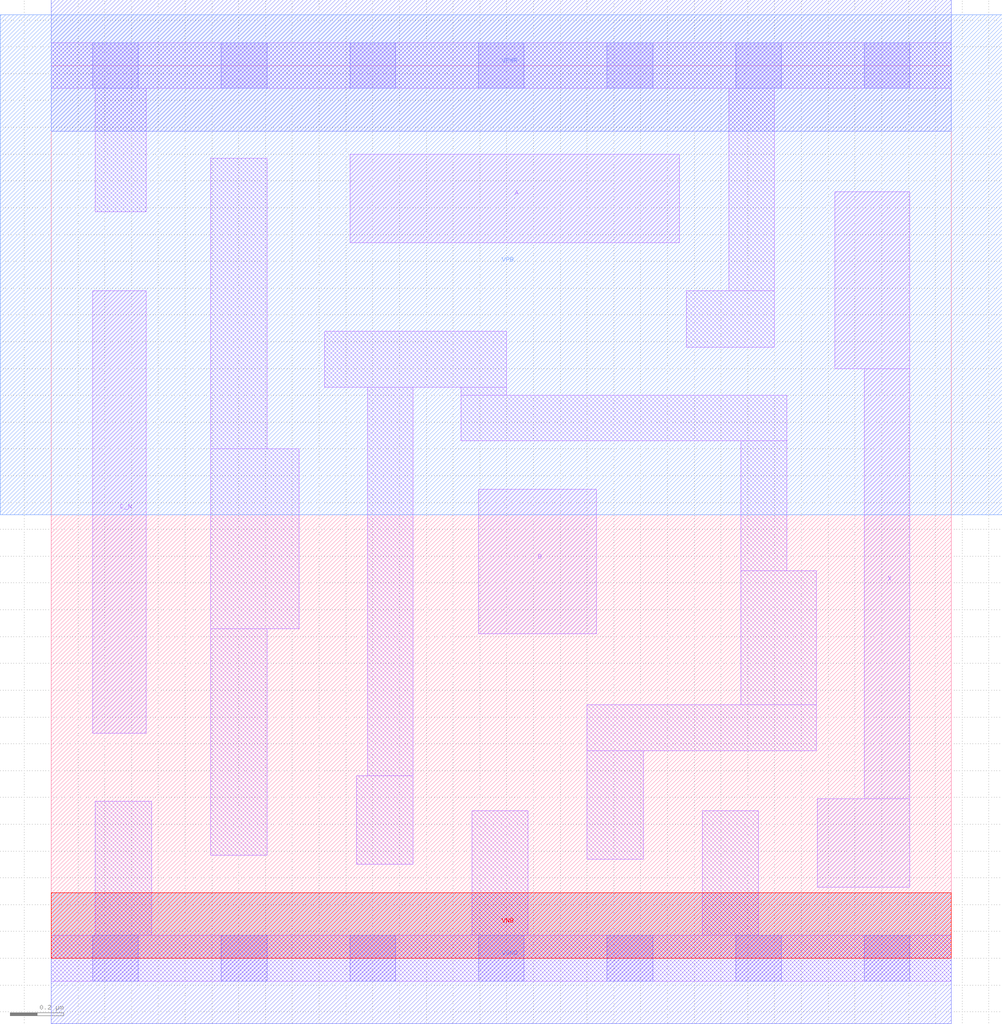
<source format=lef>
# Copyright 2020 The SkyWater PDK Authors
#
# Licensed under the Apache License, Version 2.0 (the "License");
# you may not use this file except in compliance with the License.
# You may obtain a copy of the License at
#
#     https://www.apache.org/licenses/LICENSE-2.0
#
# Unless required by applicable law or agreed to in writing, software
# distributed under the License is distributed on an "AS IS" BASIS,
# WITHOUT WARRANTIES OR CONDITIONS OF ANY KIND, either express or implied.
# See the License for the specific language governing permissions and
# limitations under the License.
#
# SPDX-License-Identifier: Apache-2.0

VERSION 5.7 ;
  NOWIREEXTENSIONATPIN ON ;
  DIVIDERCHAR "/" ;
  BUSBITCHARS "[]" ;
MACRO sky130_fd_sc_lp__or3b_m
  CLASS CORE ;
  FOREIGN sky130_fd_sc_lp__or3b_m ;
  ORIGIN  0.000000  0.000000 ;
  SIZE  3.360000 BY  3.330000 ;
  SYMMETRY X Y R90 ;
  SITE unit ;
  PIN A
    ANTENNAGATEAREA  0.126000 ;
    DIRECTION INPUT ;
    USE SIGNAL ;
    PORT
      LAYER li1 ;
        RECT 1.115000 2.670000 2.345000 3.000000 ;
    END
  END A
  PIN B
    ANTENNAGATEAREA  0.126000 ;
    DIRECTION INPUT ;
    USE SIGNAL ;
    PORT
      LAYER li1 ;
        RECT 1.595000 1.210000 2.035000 1.750000 ;
    END
  END B
  PIN C_N
    ANTENNAGATEAREA  0.126000 ;
    DIRECTION INPUT ;
    USE SIGNAL ;
    PORT
      LAYER li1 ;
        RECT 0.155000 0.840000 0.355000 2.490000 ;
    END
  END C_N
  PIN X
    ANTENNADIFFAREA  0.231000 ;
    DIRECTION OUTPUT ;
    USE SIGNAL ;
    PORT
      LAYER li1 ;
        RECT 2.860000 0.265000 3.205000 0.595000 ;
        RECT 2.925000 2.200000 3.205000 2.860000 ;
        RECT 3.035000 0.595000 3.205000 2.200000 ;
    END
  END X
  PIN VGND
    DIRECTION INOUT ;
    USE GROUND ;
    PORT
      LAYER met1 ;
        RECT 0.000000 -0.245000 3.360000 0.245000 ;
    END
  END VGND
  PIN VNB
    DIRECTION INOUT ;
    USE GROUND ;
    PORT
      LAYER pwell ;
        RECT 0.000000 0.000000 3.360000 0.245000 ;
    END
  END VNB
  PIN VPB
    DIRECTION INOUT ;
    USE POWER ;
    PORT
      LAYER nwell ;
        RECT -0.190000 1.655000 3.550000 3.520000 ;
    END
  END VPB
  PIN VPWR
    DIRECTION INOUT ;
    USE POWER ;
    PORT
      LAYER met1 ;
        RECT 0.000000 3.085000 3.360000 3.575000 ;
    END
  END VPWR
  OBS
    LAYER li1 ;
      RECT 0.000000 -0.085000 3.360000 0.085000 ;
      RECT 0.000000  3.245000 3.360000 3.415000 ;
      RECT 0.165000  0.085000 0.375000 0.585000 ;
      RECT 0.165000  2.785000 0.355000 3.245000 ;
      RECT 0.595000  0.385000 0.805000 1.230000 ;
      RECT 0.595000  1.230000 0.925000 1.900000 ;
      RECT 0.595000  1.900000 0.805000 2.985000 ;
      RECT 1.020000  2.130000 1.700000 2.340000 ;
      RECT 1.140000  0.350000 1.350000 0.680000 ;
      RECT 1.180000  0.680000 1.350000 2.130000 ;
      RECT 1.530000  1.930000 2.745000 2.100000 ;
      RECT 1.530000  2.100000 1.700000 2.130000 ;
      RECT 1.570000  0.085000 1.780000 0.550000 ;
      RECT 2.000000  0.370000 2.210000 0.775000 ;
      RECT 2.000000  0.775000 2.855000 0.945000 ;
      RECT 2.370000  2.280000 2.700000 2.490000 ;
      RECT 2.430000  0.085000 2.640000 0.550000 ;
      RECT 2.530000  2.490000 2.700000 3.245000 ;
      RECT 2.575000  0.945000 2.855000 1.445000 ;
      RECT 2.575000  1.445000 2.745000 1.930000 ;
    LAYER mcon ;
      RECT 0.155000 -0.085000 0.325000 0.085000 ;
      RECT 0.155000  3.245000 0.325000 3.415000 ;
      RECT 0.635000 -0.085000 0.805000 0.085000 ;
      RECT 0.635000  3.245000 0.805000 3.415000 ;
      RECT 1.115000 -0.085000 1.285000 0.085000 ;
      RECT 1.115000  3.245000 1.285000 3.415000 ;
      RECT 1.595000 -0.085000 1.765000 0.085000 ;
      RECT 1.595000  3.245000 1.765000 3.415000 ;
      RECT 2.075000 -0.085000 2.245000 0.085000 ;
      RECT 2.075000  3.245000 2.245000 3.415000 ;
      RECT 2.555000 -0.085000 2.725000 0.085000 ;
      RECT 2.555000  3.245000 2.725000 3.415000 ;
      RECT 3.035000 -0.085000 3.205000 0.085000 ;
      RECT 3.035000  3.245000 3.205000 3.415000 ;
  END
END sky130_fd_sc_lp__or3b_m
END LIBRARY

</source>
